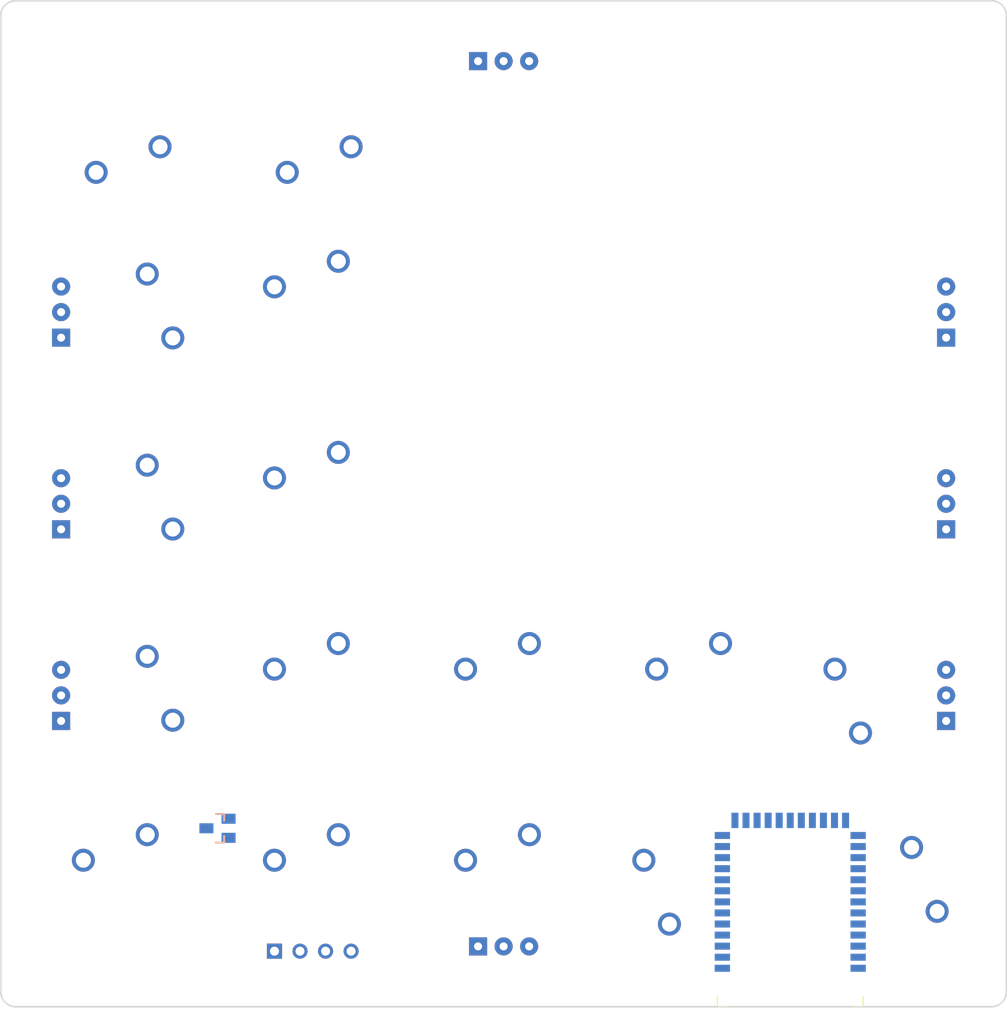
<source format=kicad_pcb>
(kicad_pcb (version 20171130) (host pcbnew 5.1.6)
  (title_block (title ortho-tb55-board) (rev v1.0.0) (company Unknown))
  (layers (0 F.Cu signal) (31 B.Cu signal) (34 B.Paste user) (35 F.Paste user) (36 B.SilkS user) (37 F.SilkS user) (38 B.Mask user) (39 F.Mask user) (44 Edge.Cuts user))
  (net 0 "")
  (net 1 "GND")
  (net 2 "m_c1_r1")
  (net 3 "m_c1_r2")
  (net 4 "m_c1_r3")
  (net 5 "m_c1_r4")
  (net 6 "m_c1_r5")
  (net 7 "m_c2_r1")
  (net 8 "m_c2_r2")
  (net 9 "m_c2_r3")
  (net 10 "m_c2_r4")
  (net 11 "m_c2_r5")
  (net 12 "m_c3_r1")
  (net 13 "m_c3_r2")
  (net 14 "m_c4_r1")
  (net 15 "m_c4_r2")
  (net 16 "m_c5_r1")
  (net 17 "m_c5_r2")
  (net 18 "DMIN")
  (net 19 "DPLUS")
  (net 20 "P006")
  (net 21 "P008")
  (net 22 "ECA")
  (net 23 "m_c5_r5")
  (net 24 "P011")
  (net 25 "m_c3_r3")
  (net 26 "P013")
  (net 27 "P014")
  (net 28 "P015")
  (net 29 "P016")
  (net 30 "P017")
  (net 31 "m_c4_r3")
  (net 32 "P020")
  (net 33 "m_c3_r5")
  (net 34 "m_c4_r4")
  (net 35 "m_c3_r4")
  (net 36 "P024")
  (net 37 "P025")
  (net 38 "P026")
  (net 39 "P027")
  (net 40 "m_c4_r5")
  (net 41 "m_c5_r3")
  (net 42 "m_c5_r4")
  (net 43 "P105")
  (net 44 "ECC")
  (net 45 "P107")
  (net 46 "P108")
  (net 47 "XTRA")
  (net 48 "P112")
  (net 49 "P114")
  (net 50 "SWDCLK")
  (net 51 "SWDIO")
  (net 52 "VBUS")
  (net 53 "VCC")
  (net 54 "GND_P")
  (module MX (layer F.Cu) (at 12.025 -12.025 0)
    (fp_text reference "S1" hide)
    (fp_text value "" hide)
    (pad "" np_thru_hole circle (at 0 0) (size 3.9878 3.9878) (drill 3.9878) (layers *.Cu *.Mask))
    (pad "" np_thru_hole circle (at 5.08 0) (size 1.7018 1.7018) (drill 1.7018) (layers *.Cu *.Mask))
    (pad "" np_thru_hole circle (at -5.08 0) (size 1.7018 1.7018) (drill 1.7018) (layers *.Cu *.Mask))
    (pad 1 thru_hole circle (at 2.54 -5.08) (size 2.286 2.286) (drill 1.4986) (layers *.Cu *.Mask) (net 1 "GND"))
    (pad 2 thru_hole circle (at -3.81 -2.54) (size 2.286 2.286) (drill 1.4986) (layers *.Cu *.Mask) (net 2 "m_c1_r1"))
  )
  (module MX (layer F.Cu) (at 12.025 -31.025 -90)
    (fp_text reference "S2" hide)
    (fp_text value "" hide)
    (pad "" np_thru_hole circle (at 0 0) (size 3.9878 3.9878) (drill 3.9878) (layers *.Cu *.Mask))
    (pad "" np_thru_hole circle (at 5.08 0) (size 1.7018 1.7018) (drill 1.7018) (layers *.Cu *.Mask))
    (pad "" np_thru_hole circle (at -5.08 0) (size 1.7018 1.7018) (drill 1.7018) (layers *.Cu *.Mask))
    (pad 1 thru_hole circle (at 2.54 -5.08) (size 2.286 2.286) (drill 1.4986) (layers *.Cu *.Mask) (net 1 "GND"))
    (pad 2 thru_hole circle (at -3.81 -2.54) (size 2.286 2.286) (drill 1.4986) (layers *.Cu *.Mask) (net 3 "m_c1_r2"))
  )
  (module MX (layer F.Cu) (at 12.025 -50.025 -90)
    (fp_text reference "S3" hide)
    (fp_text value "" hide)
    (pad "" np_thru_hole circle (at 0 0) (size 3.9878 3.9878) (drill 3.9878) (layers *.Cu *.Mask))
    (pad "" np_thru_hole circle (at 5.08 0) (size 1.7018 1.7018) (drill 1.7018) (layers *.Cu *.Mask))
    (pad "" np_thru_hole circle (at -5.08 0) (size 1.7018 1.7018) (drill 1.7018) (layers *.Cu *.Mask))
    (pad 1 thru_hole circle (at 2.54 -5.08) (size 2.286 2.286) (drill 1.4986) (layers *.Cu *.Mask) (net 1 "GND"))
    (pad 2 thru_hole circle (at -3.81 -2.54) (size 2.286 2.286) (drill 1.4986) (layers *.Cu *.Mask) (net 4 "m_c1_r3"))
  )
  (module MX (layer F.Cu) (at 12.025 -69.025 -90)
    (fp_text reference "S4" hide)
    (fp_text value "" hide)
    (pad "" np_thru_hole circle (at 0 0) (size 3.9878 3.9878) (drill 3.9878) (layers *.Cu *.Mask))
    (pad "" np_thru_hole circle (at 5.08 0) (size 1.7018 1.7018) (drill 1.7018) (layers *.Cu *.Mask))
    (pad "" np_thru_hole circle (at -5.08 0) (size 1.7018 1.7018) (drill 1.7018) (layers *.Cu *.Mask))
    (pad 1 thru_hole circle (at 2.54 -5.08) (size 2.286 2.286) (drill 1.4986) (layers *.Cu *.Mask) (net 1 "GND"))
    (pad 2 thru_hole circle (at -3.81 -2.54) (size 2.286 2.286) (drill 1.4986) (layers *.Cu *.Mask) (net 5 "m_c1_r4"))
  )
  (module MX (layer F.Cu) (at 12.025 -88.025 180)
    (fp_text reference "S5" hide)
    (fp_text value "" hide)
    (pad "" np_thru_hole circle (at 0 0) (size 3.9878 3.9878) (drill 3.9878) (layers *.Cu *.Mask))
    (pad "" np_thru_hole circle (at 5.08 0) (size 1.7018 1.7018) (drill 1.7018) (layers *.Cu *.Mask))
    (pad "" np_thru_hole circle (at -5.08 0) (size 1.7018 1.7018) (drill 1.7018) (layers *.Cu *.Mask))
    (pad 1 thru_hole circle (at 2.54 -5.08) (size 2.286 2.286) (drill 1.4986) (layers *.Cu *.Mask) (net 1 "GND"))
    (pad 2 thru_hole circle (at -3.81 -2.54) (size 2.286 2.286) (drill 1.4986) (layers *.Cu *.Mask) (net 6 "m_c1_r5"))
  )
  (module MX (layer F.Cu) (at 31.025 -12.025 0)
    (fp_text reference "S6" hide)
    (fp_text value "" hide)
    (pad "" np_thru_hole circle (at 0 0) (size 3.9878 3.9878) (drill 3.9878) (layers *.Cu *.Mask))
    (pad "" np_thru_hole circle (at 5.08 0) (size 1.7018 1.7018) (drill 1.7018) (layers *.Cu *.Mask))
    (pad "" np_thru_hole circle (at -5.08 0) (size 1.7018 1.7018) (drill 1.7018) (layers *.Cu *.Mask))
    (pad 1 thru_hole circle (at 2.54 -5.08) (size 2.286 2.286) (drill 1.4986) (layers *.Cu *.Mask) (net 1 "GND"))
    (pad 2 thru_hole circle (at -3.81 -2.54) (size 2.286 2.286) (drill 1.4986) (layers *.Cu *.Mask) (net 7 "m_c2_r1"))
  )
  (module MX (layer F.Cu) (at 31.025 -31.025 0)
    (fp_text reference "S7" hide)
    (fp_text value "" hide)
    (pad "" np_thru_hole circle (at 0 0) (size 3.9878 3.9878) (drill 3.9878) (layers *.Cu *.Mask))
    (pad "" np_thru_hole circle (at 5.08 0) (size 1.7018 1.7018) (drill 1.7018) (layers *.Cu *.Mask))
    (pad "" np_thru_hole circle (at -5.08 0) (size 1.7018 1.7018) (drill 1.7018) (layers *.Cu *.Mask))
    (pad 1 thru_hole circle (at 2.54 -5.08) (size 2.286 2.286) (drill 1.4986) (layers *.Cu *.Mask) (net 1 "GND"))
    (pad 2 thru_hole circle (at -3.81 -2.54) (size 2.286 2.286) (drill 1.4986) (layers *.Cu *.Mask) (net 8 "m_c2_r2"))
  )
  (module MX (layer F.Cu) (at 31.025 -50.025 0)
    (fp_text reference "S8" hide)
    (fp_text value "" hide)
    (pad "" np_thru_hole circle (at 0 0) (size 3.9878 3.9878) (drill 3.9878) (layers *.Cu *.Mask))
    (pad "" np_thru_hole circle (at 5.08 0) (size 1.7018 1.7018) (drill 1.7018) (layers *.Cu *.Mask))
    (pad "" np_thru_hole circle (at -5.08 0) (size 1.7018 1.7018) (drill 1.7018) (layers *.Cu *.Mask))
    (pad 1 thru_hole circle (at 2.54 -5.08) (size 2.286 2.286) (drill 1.4986) (layers *.Cu *.Mask) (net 1 "GND"))
    (pad 2 thru_hole circle (at -3.81 -2.54) (size 2.286 2.286) (drill 1.4986) (layers *.Cu *.Mask) (net 9 "m_c2_r3"))
  )
  (module MX (layer F.Cu) (at 31.025 -69.025 0)
    (fp_text reference "S9" hide)
    (fp_text value "" hide)
    (pad "" np_thru_hole circle (at 0 0) (size 3.9878 3.9878) (drill 3.9878) (layers *.Cu *.Mask))
    (pad "" np_thru_hole circle (at 5.08 0) (size 1.7018 1.7018) (drill 1.7018) (layers *.Cu *.Mask))
    (pad "" np_thru_hole circle (at -5.08 0) (size 1.7018 1.7018) (drill 1.7018) (layers *.Cu *.Mask))
    (pad 1 thru_hole circle (at 2.54 -5.08) (size 2.286 2.286) (drill 1.4986) (layers *.Cu *.Mask) (net 1 "GND"))
    (pad 2 thru_hole circle (at -3.81 -2.54) (size 2.286 2.286) (drill 1.4986) (layers *.Cu *.Mask) (net 10 "m_c2_r4"))
  )
  (module MX (layer F.Cu) (at 31.025 -88.025 180)
    (fp_text reference "S10" hide)
    (fp_text value "" hide)
    (pad "" np_thru_hole circle (at 0 0) (size 3.9878 3.9878) (drill 3.9878) (layers *.Cu *.Mask))
    (pad "" np_thru_hole circle (at 5.08 0) (size 1.7018 1.7018) (drill 1.7018) (layers *.Cu *.Mask))
    (pad "" np_thru_hole circle (at -5.08 0) (size 1.7018 1.7018) (drill 1.7018) (layers *.Cu *.Mask))
    (pad 1 thru_hole circle (at 2.54 -5.08) (size 2.286 2.286) (drill 1.4986) (layers *.Cu *.Mask) (net 1 "GND"))
    (pad 2 thru_hole circle (at -3.81 -2.54) (size 2.286 2.286) (drill 1.4986) (layers *.Cu *.Mask) (net 11 "m_c2_r5"))
  )
  (module MX (layer F.Cu) (at 50.025 -12.025 0)
    (fp_text reference "S11" hide)
    (fp_text value "" hide)
    (pad "" np_thru_hole circle (at 0 0) (size 3.9878 3.9878) (drill 3.9878) (layers *.Cu *.Mask))
    (pad "" np_thru_hole circle (at 5.08 0) (size 1.7018 1.7018) (drill 1.7018) (layers *.Cu *.Mask))
    (pad "" np_thru_hole circle (at -5.08 0) (size 1.7018 1.7018) (drill 1.7018) (layers *.Cu *.Mask))
    (pad 1 thru_hole circle (at 2.54 -5.08) (size 2.286 2.286) (drill 1.4986) (layers *.Cu *.Mask) (net 1 "GND"))
    (pad 2 thru_hole circle (at -3.81 -2.54) (size 2.286 2.286) (drill 1.4986) (layers *.Cu *.Mask) (net 12 "m_c3_r1"))
  )
  (module MX (layer F.Cu) (at 50.025 -31.025 0)
    (fp_text reference "S12" hide)
    (fp_text value "" hide)
    (pad "" np_thru_hole circle (at 0 0) (size 3.9878 3.9878) (drill 3.9878) (layers *.Cu *.Mask))
    (pad "" np_thru_hole circle (at 5.08 0) (size 1.7018 1.7018) (drill 1.7018) (layers *.Cu *.Mask))
    (pad "" np_thru_hole circle (at -5.08 0) (size 1.7018 1.7018) (drill 1.7018) (layers *.Cu *.Mask))
    (pad 1 thru_hole circle (at 2.54 -5.08) (size 2.286 2.286) (drill 1.4986) (layers *.Cu *.Mask) (net 1 "GND"))
    (pad 2 thru_hole circle (at -3.81 -2.54) (size 2.286 2.286) (drill 1.4986) (layers *.Cu *.Mask) (net 13 "m_c3_r2"))
  )
  (module MX (layer F.Cu) (at 69.025 -12.025 90)
    (fp_text reference "S13" hide)
    (fp_text value "" hide)
    (pad "" np_thru_hole circle (at 0 0) (size 3.9878 3.9878) (drill 3.9878) (layers *.Cu *.Mask))
    (pad "" np_thru_hole circle (at 5.08 0) (size 1.7018 1.7018) (drill 1.7018) (layers *.Cu *.Mask))
    (pad "" np_thru_hole circle (at -5.08 0) (size 1.7018 1.7018) (drill 1.7018) (layers *.Cu *.Mask))
    (pad 1 thru_hole circle (at 2.54 -5.08) (size 2.286 2.286) (drill 1.4986) (layers *.Cu *.Mask) (net 1 "GND"))
    (pad 2 thru_hole circle (at -3.81 -2.54) (size 2.286 2.286) (drill 1.4986) (layers *.Cu *.Mask) (net 14 "m_c4_r1"))
  )
  (module MX (layer F.Cu) (at 69.025 -31.025 0)
    (fp_text reference "S14" hide)
    (fp_text value "" hide)
    (pad "" np_thru_hole circle (at 0 0) (size 3.9878 3.9878) (drill 3.9878) (layers *.Cu *.Mask))
    (pad "" np_thru_hole circle (at 5.08 0) (size 1.7018 1.7018) (drill 1.7018) (layers *.Cu *.Mask))
    (pad "" np_thru_hole circle (at -5.08 0) (size 1.7018 1.7018) (drill 1.7018) (layers *.Cu *.Mask))
    (pad 1 thru_hole circle (at 2.54 -5.08) (size 2.286 2.286) (drill 1.4986) (layers *.Cu *.Mask) (net 1 "GND"))
    (pad 2 thru_hole circle (at -3.81 -2.54) (size 2.286 2.286) (drill 1.4986) (layers *.Cu *.Mask) (net 15 "m_c4_r2"))
  )
  (module MX (layer F.Cu) (at 88.025 -12.025 -90)
    (fp_text reference "S15" hide)
    (fp_text value "" hide)
    (pad "" np_thru_hole circle (at 0 0) (size 3.9878 3.9878) (drill 3.9878) (layers *.Cu *.Mask))
    (pad "" np_thru_hole circle (at 5.08 0) (size 1.7018 1.7018) (drill 1.7018) (layers *.Cu *.Mask))
    (pad "" np_thru_hole circle (at -5.08 0) (size 1.7018 1.7018) (drill 1.7018) (layers *.Cu *.Mask))
    (pad 1 thru_hole circle (at 2.54 -5.08) (size 2.286 2.286) (drill 1.4986) (layers *.Cu *.Mask) (net 1 "GND"))
    (pad 2 thru_hole circle (at -3.81 -2.54) (size 2.286 2.286) (drill 1.4986) (layers *.Cu *.Mask) (net 16 "m_c5_r1"))
  )
  (module MX (layer F.Cu) (at 88.025 -31.025 90)
    (fp_text reference "S16" hide)
    (fp_text value "" hide)
    (pad "" np_thru_hole circle (at 0 0) (size 3.9878 3.9878) (drill 3.9878) (layers *.Cu *.Mask))
    (pad "" np_thru_hole circle (at 5.08 0) (size 1.7018 1.7018) (drill 1.7018) (layers *.Cu *.Mask))
    (pad "" np_thru_hole circle (at -5.08 0) (size 1.7018 1.7018) (drill 1.7018) (layers *.Cu *.Mask))
    (pad 1 thru_hole circle (at 2.54 -5.08) (size 2.286 2.286) (drill 1.4986) (layers *.Cu *.Mask) (net 1 "GND"))
    (pad 2 thru_hole circle (at -3.81 -2.54) (size 2.286 2.286) (drill 1.4986) (layers *.Cu *.Mask) (net 17 "m_c5_r2"))
  )
  (module nRF52840_holyiot_18010 (layer B.Cu) (at 78.5 -9.525 0)
    (fp_text value nRF52840_holyiot_18010)
    (pad 1 smd rect (at -6.75 5.7 0) (size 1.524 0.7) (layers B.Cu B.Paste B.Mask) (net 1 "GND"))
    (pad 2 smd rect (at -6.75 4.6 0) (size 1.524 0.7) (layers B.Cu B.Paste B.Mask) (net 47 "XTRA"))
    (pad 3 smd rect (at -6.75 3.5 0) (size 1.524 0.7) (layers B.Cu B.Paste B.Mask) (net 2 "m_c1_r1"))
    (pad 4 smd rect (at -6.75 2.4 0) (size 1.524 0.7) (layers B.Cu B.Paste B.Mask) (net 7 "m_c2_r1"))
    (pad 5 smd rect (at -6.75 1.3 0) (size 1.524 0.7) (layers B.Cu B.Paste B.Mask) (net 12 "m_c3_r1"))
    (pad 6 smd rect (at -6.75 0.2 0) (size 1.524 0.7) (layers B.Cu B.Paste B.Mask) (net 14 "m_c4_r1"))
    (pad 7 smd rect (at -6.75 -0.9 0) (size 1.524 0.7) (layers B.Cu B.Paste B.Mask) (net 3 "m_c1_r2"))
    (pad 8 smd rect (at -6.75 -2 0) (size 1.524 0.7) (layers B.Cu B.Paste B.Mask) (net 4 "m_c1_r3"))
    (pad 9 smd rect (at -6.75 -3.1 0) (size 1.524 0.7) (layers B.Cu B.Paste B.Mask) (net 5 "m_c1_r4"))
    (pad 10 smd rect (at -6.75 -4.2 0) (size 1.524 0.7) (layers B.Cu B.Paste B.Mask) (net 6 "m_c1_r5"))
    (pad 11 smd rect (at -6.75 -5.3 0) (size 1.524 0.7) (layers B.Cu B.Paste B.Mask) (net 8 "m_c2_r2"))
    (pad 12 smd rect (at -6.75 -6.4 0) (size 1.524 0.7) (layers B.Cu B.Paste B.Mask) (net 9 "m_c2_r3"))
    (pad 13 smd rect (at -6.75 -7.5 0) (size 1.524 0.7) (layers B.Cu B.Paste B.Mask) (net 10 "m_c2_r4"))
    (pad 14 smd rect (at -5.5 -9 90) (size 1.524 0.7) (layers B.Cu B.Paste B.Mask) (net 53 "VCC"))
    (pad 15 smd rect (at -4.4 -9 90) (size 1.524 0.7) (layers B.Cu B.Paste B.Mask) (net 11 "m_c2_r5"))
    (pad 16 smd rect (at -3.3 -9 90) (size 1.524 0.7) (layers B.Cu B.Paste B.Mask) (net 13 "m_c3_r2"))
    (pad 17 smd rect (at -2.2 -9 90) (size 1.524 0.7) (layers B.Cu B.Paste B.Mask) (net 25 "m_c3_r3"))
    (pad 18 smd rect (at -1.1 -9 90) (size 1.524 0.7) (layers B.Cu B.Paste B.Mask) (net 35 "m_c3_r4"))
    (pad 19 smd rect (at 0 -9 90) (size 1.524 0.7) (layers B.Cu B.Paste B.Mask) (net 33 "m_c3_r5"))
    (pad 20 smd rect (at 1.1 -9 90) (size 1.524 0.7) (layers B.Cu B.Paste B.Mask) (net 15 "m_c4_r2"))
    (pad 21 smd rect (at 2.2 -9 90) (size 1.524 0.7) (layers B.Cu B.Paste B.Mask) (net 31 "m_c4_r3"))
    (pad 22 smd rect (at 3.3 -9 90) (size 1.524 0.7) (layers B.Cu B.Paste B.Mask) (net 52 "VBUS"))
    (pad 23 smd rect (at 4.4 -9 90) (size 1.524 0.7) (layers B.Cu B.Paste B.Mask) (net 18 "DMIN"))
    (pad 24 smd rect (at 5.5 -9 90) (size 1.524 0.7) (layers B.Cu B.Paste B.Mask) (net 19 "DPLUS"))
    (pad 25 smd rect (at 6.75 -7.5 180) (size 1.524 0.7) (layers B.Cu B.Paste B.Mask) (net 1 "GND"))
    (pad 26 smd rect (at 6.75 -6.4 180) (size 1.524 0.7) (layers B.Cu B.Paste B.Mask) (net 34 "m_c4_r4"))
    (pad 27 smd rect (at 6.75 -5.3 180) (size 1.524 0.7) (layers B.Cu B.Paste B.Mask) (net 40 "m_c4_r5"))
    (pad 28 smd rect (at 6.75 -4.2 180) (size 1.524 0.7) (layers B.Cu B.Paste B.Mask) (net 16 "m_c5_r1"))
    (pad 29 smd rect (at 6.75 -3.1 180) (size 1.524 0.7) (layers B.Cu B.Paste B.Mask) (net 17 "m_c5_r2"))
    (pad 30 smd rect (at 6.75 -2 180) (size 1.524 0.7) (layers B.Cu B.Paste B.Mask) (net 41 "m_c5_r3"))
    (pad 31 smd rect (at 6.75 -0.9 180) (size 1.524 0.7) (layers B.Cu B.Paste B.Mask) (net 50 "SWDCLK"))
    (pad 32 smd rect (at 6.75 0.2 180) (size 1.524 0.7) (layers B.Cu B.Paste B.Mask) (net 51 "SWDIO"))
    (pad 33 smd rect (at 6.75 1.3 180) (size 1.524 0.7) (layers B.Cu B.Paste B.Mask) (net 42 "m_c5_r4"))
    (pad 34 smd rect (at 6.75 2.4 180) (size 1.524 0.7) (layers B.Cu B.Paste B.Mask) (net 44 "ECC"))
    (pad 35 smd rect (at 6.75 3.5 180) (size 1.524 0.7) (layers B.Cu B.Paste B.Mask) (net 22 "ECA"))
    (pad 36 smd rect (at 6.75 4.6 180) (size 1.524 0.7) (layers B.Cu B.Paste B.Mask) (net 23 "m_c5_r5"))
    (pad 37 smd rect (at 6.75 5.7 180) (size 1.524 0.7) (layers B.Cu B.Paste B.Mask) (net 1 "GND"))
    (fp_line (start -7.25 8.5) (end -7.25 9.5) (layer F.SilkS) (width 0.12))
    (fp_line (start 7.25 8.5) (end 7.25 9.5) (layer F.SilkS) (width 0.12))
    (fp_line (start 6.25 9.5) (end 7.25 9.5) (layer F.SilkS) (width 0.12))
    (fp_line (start -6.25 9.5) (end -7.25 9.5) (layer F.SilkS) (width 0.12))
  )
  (module magnetic_connector (layer B.Cu) (at 6 -50 180)
    (pad "1" thru_hole rect (at 0 -2.54 180) (size 1.8 1.8) (drill 0.8) (layers *.Cu *.Mask) (net 54 "GND_P"))
    (pad "2" thru_hole oval (at 0 0 180) (size 1.8 1.8) (drill 0.8) (layers *.Cu *.Mask) (net 53 "VCC"))
    (pad "3" thru_hole oval (at 0 2.54 180) (size 1.8 1.8) (drill 0.8) (layers *.Cu *.Mask) (net 47 "XTRA"))
  )
  (module magnetic_connector (layer B.Cu) (at 6 -69.05 180)
    (pad "1" thru_hole rect (at 0 -2.54 180) (size 1.8 1.8) (drill 0.8) (layers *.Cu *.Mask) (net 54 "GND_P"))
    (pad "2" thru_hole oval (at 0 0 180) (size 1.8 1.8) (drill 0.8) (layers *.Cu *.Mask) (net 53 "VCC"))
    (pad "3" thru_hole oval (at 0 2.54 180) (size 1.8 1.8) (drill 0.8) (layers *.Cu *.Mask) (net 47 "XTRA"))
  )
  (module magnetic_connector (layer B.Cu) (at 6 -30.95 180)
    (pad "1" thru_hole rect (at 0 -2.54 180) (size 1.8 1.8) (drill 0.8) (layers *.Cu *.Mask) (net 54 "GND_P"))
    (pad "2" thru_hole oval (at 0 0 180) (size 1.8 1.8) (drill 0.8) (layers *.Cu *.Mask) (net 53 "VCC"))
    (pad "3" thru_hole oval (at 0 2.54 180) (size 1.8 1.8) (drill 0.8) (layers *.Cu *.Mask) (net 47 "XTRA"))
  )
  (module magnetic_connector (layer B.Cu) (at 94 -50 180)
    (pad "1" thru_hole rect (at 0 -2.54 180) (size 1.8 1.8) (drill 0.8) (layers *.Cu *.Mask) (net 54 "GND_P"))
    (pad "2" thru_hole oval (at 0 0 180) (size 1.8 1.8) (drill 0.8) (layers *.Cu *.Mask) (net 53 "VCC"))
    (pad "3" thru_hole oval (at 0 2.54 180) (size 1.8 1.8) (drill 0.8) (layers *.Cu *.Mask) (net 47 "XTRA"))
  )
  (module magnetic_connector (layer B.Cu) (at 94 -69.05 180)
    (pad "1" thru_hole rect (at 0 -2.54 180) (size 1.8 1.8) (drill 0.8) (layers *.Cu *.Mask) (net 54 "GND_P"))
    (pad "2" thru_hole oval (at 0 0 180) (size 1.8 1.8) (drill 0.8) (layers *.Cu *.Mask) (net 53 "VCC"))
    (pad "3" thru_hole oval (at 0 2.54 180) (size 1.8 1.8) (drill 0.8) (layers *.Cu *.Mask) (net 47 "XTRA"))
  )
  (module magnetic_connector (layer B.Cu) (at 94 -30.95 180)
    (pad "1" thru_hole rect (at 0 -2.54 180) (size 1.8 1.8) (drill 0.8) (layers *.Cu *.Mask) (net 54 "GND_P"))
    (pad "2" thru_hole oval (at 0 0 180) (size 1.8 1.8) (drill 0.8) (layers *.Cu *.Mask) (net 53 "VCC"))
    (pad "3" thru_hole oval (at 0 2.54 180) (size 1.8 1.8) (drill 0.8) (layers *.Cu *.Mask) (net 47 "XTRA"))
  )
  (module magnetic_connector (layer B.Cu) (at 50 -6 90)
    (pad "1" thru_hole rect (at 0 -2.54 90) (size 1.8 1.8) (drill 0.8) (layers *.Cu *.Mask) (net 54 "GND_P"))
    (pad "2" thru_hole oval (at 0 0 90) (size 1.8 1.8) (drill 0.8) (layers *.Cu *.Mask) (net 53 "VCC"))
    (pad "3" thru_hole oval (at 0 2.54 90) (size 1.8 1.8) (drill 0.8) (layers *.Cu *.Mask) (net 47 "XTRA"))
  )
  (module magnetic_connector (layer B.Cu) (at 50 -94 90)
    (pad "1" thru_hole rect (at 0 -2.54 90) (size 1.8 1.8) (drill 0.8) (layers *.Cu *.Mask) (net 54 "GND_P"))
    (pad "2" thru_hole oval (at 0 0 90) (size 1.8 1.8) (drill 0.8) (layers *.Cu *.Mask) (net 53 "VCC"))
    (pad "3" thru_hole oval (at 0 2.54 90) (size 1.8 1.8) (drill 0.8) (layers *.Cu *.Mask) (net 47 "XTRA"))
  )
  (module SOT23 (layer B.Cu) (at 21.55 -17.740000000000002 -90)
    (fp_text value SOT23)
    (pad 3 smd rect (at 0.0 1.1 -90) (size 1.0 1.4) (layers B.Cu B.Mask B.Paste) (net 54 "GND_P"))
    (pad 2 smd rect (at 0.95 -1.1 -90) (size 1.0 1.4) (layers B.Cu B.Mask B.Paste) (net 1 "GND"))
    (pad 1 smd rect (at -0.95 -1.1 -90) (size 1.0 1.4) (layers B.Cu B.Mask B.Paste) (net 53 "VCC"))
    (fp_line (start -1.4224 0.1524) (end -1.4224 -0.6604) (layer B.SilkS) (width 0.2032))
    (fp_line (start -1.4224 -0.6604) (end -0.7636 -0.6604) (layer B.SilkS) (width 0.2032))
    (fp_line (start 1.4224 -0.6604) (end 1.4224 0.1524) (layer B.SilkS) (width 0.2032))
    (fp_line (start 0.7636 -0.6604) (end 1.4224 -0.6604) (layer B.SilkS) (width 0.2032))
  )
  (module four_pin_header (layer F.Cu) (at 31.025 -5.525 90)
    (pad "1" thru_hole rect locked (at 0 -3.81 180) (size 1.5 1.5) (drill 0.9) (layers *.Cu *.Paste *.Mask) (net 53 "VCC"))
    (pad "2" thru_hole circle locked (at 0 -1.27 180) (size 1.5 1.5) (drill 0.9) (layers *.Cu *.Paste *.Mask) (net 54 "GND_P"))
    (pad "3" thru_hole circle locked (at 0 1.27 180) (size 1.5 1.5) (drill 0.9) (layers *.Cu *.Paste *.Mask) (net 51 "SWDIO"))
    (pad "4" thru_hole circle locked (at 0 3.81 180) (size 1.5 1.5) (drill 0.9) (layers *.Cu *.Paste *.Mask) (net 50 "SWDCLK"))
  )
  (footprint "MountingHole:MountingHole_2.2mm_M2" (layer "F.Cu") (at 2.5 -2.5 0)
    (pad "" np_thru_hole circle (at 0 0) (size 2.2 2.2) (drill 2.2) (layers *.Cu *.Mask))
  )
  (footprint "MountingHole:MountingHole_2.2mm_M2" (layer "F.Cu") (at 2.5 -97.5 0)
    (pad "" np_thru_hole circle (at 0 0) (size 2.2 2.2) (drill 2.2) (layers *.Cu *.Mask))
  )
  (footprint "MountingHole:MountingHole_2.2mm_M2" (layer "F.Cu") (at 97.5 -2.5 0)
    (pad "" np_thru_hole circle (at 0 0) (size 2.2 2.2) (drill 2.2) (layers *.Cu *.Mask))
  )
  (footprint "MountingHole:MountingHole_2.2mm_M2" (layer "F.Cu") (at 97.5 -97.5 0)
    (pad "" np_thru_hole circle (at 0 0) (size 2.2 2.2) (drill 2.2) (layers *.Cu *.Mask))
  )
  (footprint "MountingHole:MountingHole_3.2mm_M3" (layer "F.Cu") (at 72.5 -70.5 180)
    (pad "" np_thru_hole circle (at 29 0) (size 3.0 3.0) (drill 3.0) (layers *.Cu *.Mask))
    (pad "" np_thru_hole circle (at -14.5 25.114) (size 3.0 3.0) (drill 3.0) (layers *.Cu *.Mask))
    (pad "" np_thru_hole circle (at -14.5 -25.114) (size 3.0 3.0) (drill 3.0) (layers *.Cu *.Mask))
  )
  (footprint "MountingHole:MountingHole_3.2mm_M3" (layer "F.Cu") (at 72.5 -70.5 170)
    (pad "" np_thru_hole circle (at 28 0) (size 3.0 3.0) (drill 3.0) (layers *.Cu *.Mask))
    (pad "" np_thru_hole circle (at -14 24.248) (size 3.0 3.0) (drill 3.0) (layers *.Cu *.Mask))
    (pad "" np_thru_hole circle (at -14 -24.248) (size 3.0 3.0) (drill 3.0) (layers *.Cu *.Mask))
  )
  (footprint "MountingHole:MountingHole_3.2mm_M3" (layer "F.Cu") (at 72.5 -70.5 159)
    (pad "" np_thru_hole circle (at 27 0) (size 3.0 3.0) (drill 3.0) (layers *.Cu *.Mask))
    (pad "" np_thru_hole circle (at -13.5 23.382) (size 3.0 3.0) (drill 3.0) (layers *.Cu *.Mask))
    (pad "" np_thru_hole circle (at -13.5 -23.382) (size 3.0 3.0) (drill 3.0) (layers *.Cu *.Mask))
  )
  (footprint "MountingHole:MountingHole_3.2mm_M3" (layer "F.Cu") (at 72.5 -70.5 148)
    (pad "" np_thru_hole circle (at 26 0) (size 3.0 3.0) (drill 3.0) (layers *.Cu *.Mask))
    (pad "" np_thru_hole circle (at -13 22.516) (size 3.0 3.0) (drill 3.0) (layers *.Cu *.Mask))
    (pad "" np_thru_hole circle (at -13 -22.516) (size 3.0 3.0) (drill 3.0) (layers *.Cu *.Mask))
  )
  (footprint "MountingHole:MountingHole_3.2mm_M3" (layer "F.Cu") (at 72.5 -70.5 136)
    (pad "" np_thru_hole circle (at 25 0) (size 3.0 3.0) (drill 3.0) (layers *.Cu *.Mask))
    (pad "" np_thru_hole circle (at -12.5 21.65) (size 3.0 3.0) (drill 3.0) (layers *.Cu *.Mask))
    (pad "" np_thru_hole circle (at -12.5 -21.65) (size 3.0 3.0) (drill 3.0) (layers *.Cu *.Mask))
  )
  (gr_line (start 1.5 0) (end 98.5 0) (angle 90) (layer Edge.Cuts) (width 0.15))
  (gr_arc (start 98.5 -1.5) (end 98.5 0) (angle -90) (layer Edge.Cuts) (width 0.15))
  (gr_line (start 100 -1.5) (end 100 -98.5) (angle 90) (layer Edge.Cuts) (width 0.15))
  (gr_arc (start 98.5 -98.5) (end 100 -98.5) (angle -90) (layer Edge.Cuts) (width 0.15))
  (gr_line (start 98.5 -100) (end 1.5 -100) (angle 90) (layer Edge.Cuts) (width 0.15))
  (gr_arc (start 1.5 -98.5) (end 1.5 -100) (angle -90) (layer Edge.Cuts) (width 0.15))
  (gr_line (start 0 -98.5) (end 0 -1.5) (angle 90) (layer Edge.Cuts) (width 0.15))
  (gr_arc (start 1.5 -1.5) (end 0 -1.5) (angle -90) (layer Edge.Cuts) (width 0.15))
)
</source>
